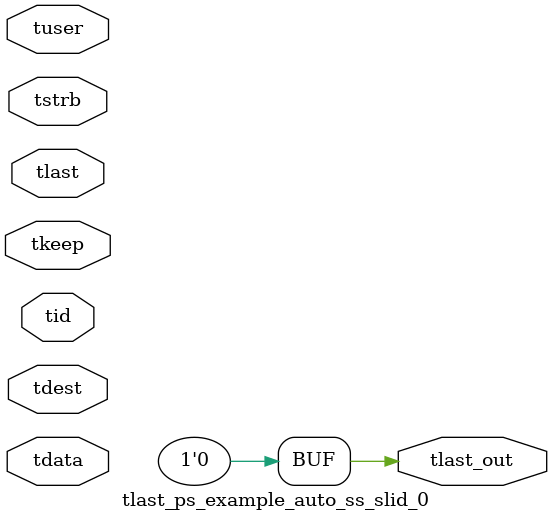
<source format=v>


`timescale 1ps/1ps

module tlast_ps_example_auto_ss_slid_0 #
(
parameter C_S_AXIS_TID_WIDTH   = 1,
parameter C_S_AXIS_TUSER_WIDTH = 0,
parameter C_S_AXIS_TDATA_WIDTH = 0,
parameter C_S_AXIS_TDEST_WIDTH = 0
)
(
input  [(C_S_AXIS_TID_WIDTH   == 0 ? 1 : C_S_AXIS_TID_WIDTH)-1:0       ] tid,
input  [(C_S_AXIS_TDATA_WIDTH == 0 ? 1 : C_S_AXIS_TDATA_WIDTH)-1:0     ] tdata,
input  [(C_S_AXIS_TUSER_WIDTH == 0 ? 1 : C_S_AXIS_TUSER_WIDTH)-1:0     ] tuser,
input  [(C_S_AXIS_TDEST_WIDTH == 0 ? 1 : C_S_AXIS_TDEST_WIDTH)-1:0     ] tdest,
input  [(C_S_AXIS_TDATA_WIDTH/8)-1:0 ] tkeep,
input  [(C_S_AXIS_TDATA_WIDTH/8)-1:0 ] tstrb,
input  [0:0]                                                             tlast,
output                                                                   tlast_out
);

assign tlast_out = {1'b0};

endmodule


</source>
